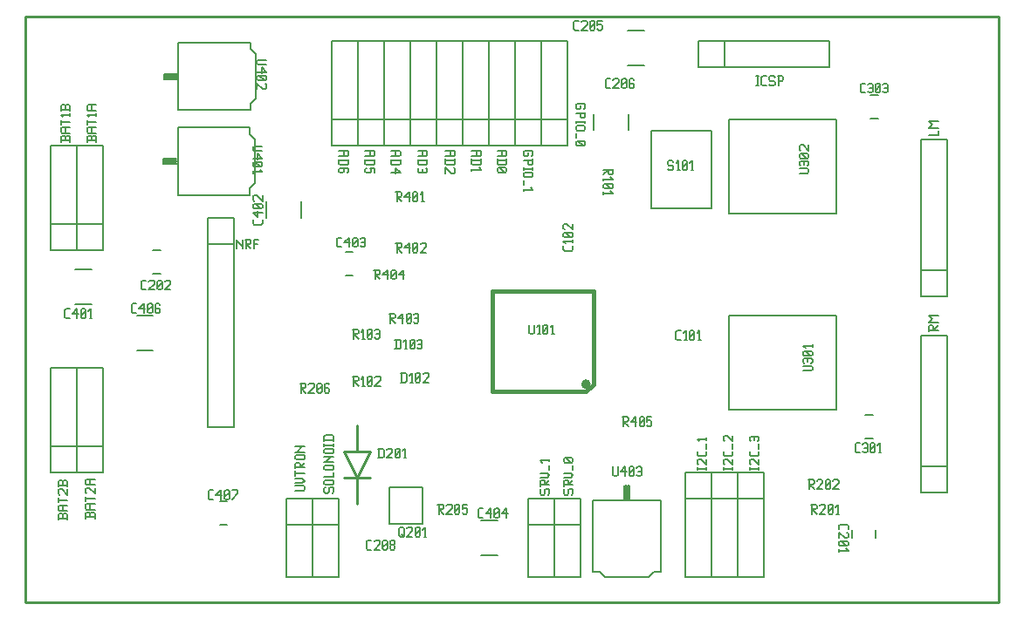
<source format=gbr>
G04 start of page 7 for group -4079 idx -4079 *
G04 Title: (unknown), topsilk *
G04 Creator: pcb 20110918 *
G04 CreationDate: Sun 30 Sep 2012 06:14:18 PM GMT UTC *
G04 For: ggallant *
G04 Format: Gerber/RS-274X *
G04 PCB-Dimensions: 372500 225000 *
G04 PCB-Coordinate-Origin: lower left *
%MOIN*%
%FSLAX25Y25*%
%LNTOPSILK*%
%ADD83C,0.0150*%
%ADD82C,0.0080*%
%ADD81C,0.0100*%
G54D81*X500Y224500D02*X372000D01*
Y500D02*X500D01*
Y224500D01*
X372000D02*Y500D01*
G54D82*X323100Y185500D02*X325900D01*
X323100Y194500D02*X325900D01*
X269000Y149000D02*X310000D01*
X269000Y185000D02*Y149000D01*
Y185000D02*X310000D01*
Y149000D01*
X257500Y215000D02*X267500D01*
Y205000D01*
X257500Y215000D02*Y205000D01*
Y215000D02*X307500D01*
Y205000D01*
X257500D02*X307500D01*
X230400Y205800D02*X236600D01*
X230400Y219200D02*X236600D01*
X167500Y185000D02*Y175000D01*
Y185000D02*X177500D01*
X167500Y175000D02*X177500D01*
X167500Y215000D02*Y175000D01*
Y215000D02*X177500D01*
Y175000D01*
Y185000D02*Y175000D01*
Y185000D02*X187500D01*
X177500Y175000D02*X187500D01*
X177500Y215000D02*Y175000D01*
Y215000D02*X187500D01*
Y175000D01*
X217300Y187100D02*Y180900D01*
X230700Y187100D02*Y180900D01*
X187500Y185000D02*Y175000D01*
Y185000D02*X197500D01*
X187500Y175000D02*X197500D01*
X187500Y215000D02*Y175000D01*
Y215000D02*X197500D01*
Y175000D01*
Y185000D02*Y175000D01*
Y185000D02*X207500D01*
X197500Y175000D02*X207500D01*
X197500Y215000D02*Y175000D01*
Y215000D02*X207500D01*
Y175000D01*
X120000Y40000D02*Y30000D01*
X110000D02*X120000D01*
X110000Y40000D02*X120000D01*
Y10000D01*
X110000D02*X120000D01*
X110000Y40000D02*Y10000D01*
G54D81*X122000Y48000D02*X132000D01*
Y58000D02*X127000Y48000D01*
X122000Y58000D02*X132000D01*
X127000Y48000D02*X122000Y58000D01*
X127000Y68000D02*Y58000D01*
Y48000D02*Y38000D01*
G54D82*X174400Y31700D02*X180600D01*
X174400Y18300D02*X180600D01*
X139200Y30500D02*X152000D01*
X139200Y44400D02*Y30500D01*
Y44400D02*X152000D01*
Y30500D01*
X212500Y40000D02*Y30000D01*
X202500D02*X212500D01*
X202500Y40000D02*X212500D01*
Y10000D01*
X202500D02*X212500D01*
X202500Y40000D02*Y10000D01*
X217100Y39500D02*X242900D01*
X217100D02*Y12100D01*
X219600D01*
X221600Y10100D01*
X238400D01*
X240400Y12100D01*
X242900D01*
Y39500D02*Y12100D01*
X231000Y45000D02*Y40000D01*
X230500Y45000D02*X231000D01*
X230500D02*Y40000D01*
X230000D02*X230500D01*
X230000Y45000D02*Y40000D01*
X229500Y45000D02*X230000D01*
X229500D02*Y40000D01*
X229000D02*X229500D01*
X229000Y45000D02*Y40000D01*
X202500D02*Y30000D01*
X192500D02*X202500D01*
X192500Y40000D02*X202500D01*
Y10000D01*
X192500D02*X202500D01*
X192500Y40000D02*Y10000D01*
X110000Y40000D02*Y30000D01*
X100000D02*X110000D01*
X100000Y40000D02*X110000D01*
Y10000D01*
X100000D02*X110000D01*
X100000Y40000D02*Y10000D01*
X117500Y185000D02*Y175000D01*
Y185000D02*X127500D01*
X117500Y175000D02*X127500D01*
X117500Y215000D02*Y175000D01*
Y215000D02*X127500D01*
Y175000D01*
Y185000D02*Y175000D01*
Y185000D02*X137500D01*
X127500Y175000D02*X137500D01*
X127500Y215000D02*Y175000D01*
Y215000D02*X137500D01*
Y175000D01*
X147500Y185000D02*Y175000D01*
Y185000D02*X157500D01*
X147500Y175000D02*X157500D01*
X147500Y215000D02*Y175000D01*
Y215000D02*X157500D01*
Y175000D01*
Y185000D02*Y175000D01*
Y185000D02*X167500D01*
X157500Y175000D02*X167500D01*
X157500Y215000D02*Y175000D01*
Y215000D02*X167500D01*
Y175000D01*
X137500Y185000D02*Y175000D01*
Y185000D02*X147500D01*
X137500Y175000D02*X147500D01*
X137500Y215000D02*Y175000D01*
Y215000D02*X147500D01*
Y175000D01*
X122600Y125500D02*X125400D01*
X122600Y134500D02*X125400D01*
X92300Y153600D02*Y147400D01*
X105700Y153600D02*Y147400D01*
X321100Y63000D02*X323900D01*
X321100Y72000D02*X323900D01*
X325000Y27900D02*Y25100D01*
X316000Y27900D02*Y25100D01*
X342500Y52500D02*Y42500D01*
Y52500D02*X352500D01*
X342500Y42500D02*X352500D01*
X342500Y102500D02*Y42500D01*
Y102500D02*X352500D01*
Y42500D01*
X272500Y50000D02*Y40000D01*
X262500D02*X272500D01*
X262500Y50000D02*X272500D01*
Y10000D01*
X262500D02*X272500D01*
X262500Y50000D02*Y10000D01*
X282500Y50000D02*Y40000D01*
X272500D02*X282500D01*
X272500Y50000D02*X282500D01*
Y10000D01*
X272500D02*X282500D01*
X272500Y50000D02*Y10000D01*
X262500Y50000D02*Y40000D01*
X252500D02*X262500D01*
X252500Y50000D02*X262500D01*
Y10000D01*
X252500D02*X262500D01*
X252500Y50000D02*Y10000D01*
X58800Y214400D02*Y188600D01*
X86200D01*
Y191100D02*Y188600D01*
Y191100D02*X88200Y193100D01*
Y209900D02*Y193100D01*
Y209900D02*X86200Y211900D01*
Y214400D02*Y211900D01*
X58800Y214400D02*X86200D01*
X53300Y202500D02*X58300D01*
X53300D02*Y200500D01*
Y202000D02*X58300D01*
X53300Y201500D02*X58300D01*
X53300Y201000D02*X58300D01*
X53300Y200500D02*X58300D01*
X80000Y147500D02*Y137500D01*
X70000D02*X80000D01*
X70000Y147500D02*X80000D01*
Y67500D01*
X70000D02*X80000D01*
X70000Y147500D02*Y67500D01*
X42900Y110200D02*X49100D01*
X42900Y96800D02*X49100D01*
Y135000D02*X51900D01*
X49100Y126000D02*X51900D01*
X20000Y145000D02*Y135000D01*
Y145000D02*X30000D01*
X20000Y135000D02*X30000D01*
X20000Y175000D02*Y135000D01*
Y175000D02*X30000D01*
Y135000D01*
X58600Y181900D02*Y156100D01*
X86000D01*
Y158600D02*Y156100D01*
Y158600D02*X88000Y160600D01*
Y177400D02*Y160600D01*
Y177400D02*X86000Y179400D01*
Y181900D02*Y179400D01*
X58600Y181900D02*X86000D01*
X53100Y170000D02*X58100D01*
X53100D02*Y168000D01*
Y169500D02*X58100D01*
X53100Y169000D02*X58100D01*
X53100Y168500D02*X58100D01*
X53100Y168000D02*X58100D01*
X20000Y60000D02*Y50000D01*
Y60000D02*X30000D01*
X20000Y50000D02*X30000D01*
X20000Y90000D02*Y50000D01*
Y90000D02*X30000D01*
Y50000D01*
X10000Y60000D02*Y50000D01*
Y60000D02*X20000D01*
X10000Y50000D02*X20000D01*
X10000Y90000D02*Y50000D01*
Y90000D02*X20000D01*
Y50000D01*
X74600Y30000D02*X77400D01*
X74600Y39000D02*X77400D01*
X10000Y145000D02*Y135000D01*
Y145000D02*X20000D01*
X10000Y135000D02*X20000D01*
X10000Y175000D02*Y135000D01*
Y175000D02*X20000D01*
Y135000D01*
X19400Y114300D02*X25600D01*
X19400Y127700D02*X25600D01*
X239400Y151100D02*X262400D01*
Y180600D02*Y151100D01*
X239400Y180600D02*Y151100D01*
Y180600D02*X262400D01*
G54D83*X217300Y83800D02*X214400Y80900D01*
X217300Y119500D02*Y83800D01*
X178700Y119500D02*X217300D01*
X178700D02*Y80900D01*
X214400D01*
X215400Y83800D02*G75*G03X215400Y83800I-1000J0D01*G01*
G54D82*X342500Y127500D02*Y117500D01*
Y127500D02*X352500D01*
X342500Y117500D02*X352500D01*
X342500Y177500D02*Y117500D01*
Y177500D02*X352500D01*
Y117500D01*
X269000Y74000D02*X310000D01*
X269000Y110000D02*Y74000D01*
Y110000D02*X310000D01*
Y74000D01*
X317745Y57650D02*X319080D01*
X317300Y58095D02*X317745Y57650D01*
X317300Y60765D02*Y58095D01*
Y60765D02*X317745Y61210D01*
X319080D01*
X320148Y60765D02*X320593Y61210D01*
X321483D01*
X321928Y60765D01*
Y58095D01*
X321483Y57650D02*X321928Y58095D01*
X320593Y57650D02*X321483D01*
X320148Y58095D02*X320593Y57650D01*
Y59430D02*X321928D01*
X322996Y58095D02*X323441Y57650D01*
X322996Y60765D02*Y58095D01*
Y60765D02*X323441Y61210D01*
X324331D01*
X324776Y60765D01*
Y58095D01*
X324331Y57650D02*X324776Y58095D01*
X323441Y57650D02*X324331D01*
X322996Y58540D02*X324776Y60320D01*
X326289Y57650D02*X327179D01*
X326734Y61210D02*Y57650D01*
X325844Y60320D02*X326734Y61210D01*
X345390Y105780D02*Y104000D01*
Y105780D02*X345835Y106225D01*
X346725D01*
X347170Y105780D02*X346725Y106225D01*
X347170Y105780D02*Y104445D01*
X345390D02*X348950D01*
X347170D02*X348950Y106225D01*
X345390Y107293D02*X348950D01*
X345390D02*X346725Y108628D01*
X345390Y109963D01*
X348950D01*
X297390Y89000D02*X300505D01*
X300950Y89445D01*
Y90335D02*Y89445D01*
Y90335D02*X300505Y90780D01*
X297390D02*X300505D01*
X297835Y91848D02*X297390Y92293D01*
Y93183D02*Y92293D01*
Y93183D02*X297835Y93628D01*
X300505D01*
X300950Y93183D02*X300505Y93628D01*
X300950Y93183D02*Y92293D01*
X300505Y91848D02*X300950Y92293D01*
X299170Y93628D02*Y92293D01*
X300505Y94696D02*X300950Y95141D01*
X297835Y94696D02*X300505D01*
X297835D02*X297390Y95141D01*
Y96031D02*Y95141D01*
Y96031D02*X297835Y96476D01*
X300505D01*
X300950Y96031D02*X300505Y96476D01*
X300950Y96031D02*Y95141D01*
X300060Y94696D02*X298280Y96476D01*
X300950Y98879D02*Y97989D01*
X297390Y98434D02*X300950D01*
X298280Y97544D02*X297390Y98434D01*
X319745Y195250D02*X321080D01*
X319300Y195695D02*X319745Y195250D01*
X319300Y198365D02*Y195695D01*
Y198365D02*X319745Y198810D01*
X321080D01*
X322148Y198365D02*X322593Y198810D01*
X323483D01*
X323928Y198365D01*
Y195695D01*
X323483Y195250D02*X323928Y195695D01*
X322593Y195250D02*X323483D01*
X322148Y195695D02*X322593Y195250D01*
Y197030D02*X323928D01*
X324996Y195695D02*X325441Y195250D01*
X324996Y198365D02*Y195695D01*
Y198365D02*X325441Y198810D01*
X326331D01*
X326776Y198365D01*
Y195695D01*
X326331Y195250D02*X326776Y195695D01*
X325441Y195250D02*X326331D01*
X324996Y196140D02*X326776Y197920D01*
X327844Y198365D02*X328289Y198810D01*
X329179D01*
X329624Y198365D01*
Y195695D01*
X329179Y195250D02*X329624Y195695D01*
X328289Y195250D02*X329179D01*
X327844Y195695D02*X328289Y195250D01*
Y197030D02*X329624D01*
X345390Y179000D02*X348950D01*
Y180780D02*Y179000D01*
X345390Y181848D02*X348950D01*
X345390D02*X346725Y183183D01*
X345390Y184518D01*
X348950D01*
X295890Y164500D02*X299005D01*
X299450Y164945D01*
Y165835D02*Y164945D01*
Y165835D02*X299005Y166280D01*
X295890D02*X299005D01*
X296335Y167348D02*X295890Y167793D01*
Y168683D02*Y167793D01*
Y168683D02*X296335Y169128D01*
X299005D01*
X299450Y168683D02*X299005Y169128D01*
X299450Y168683D02*Y167793D01*
X299005Y167348D02*X299450Y167793D01*
X297670Y169128D02*Y167793D01*
X299005Y170196D02*X299450Y170641D01*
X296335Y170196D02*X299005D01*
X296335D02*X295890Y170641D01*
Y171531D02*Y170641D01*
Y171531D02*X296335Y171976D01*
X299005D01*
X299450Y171531D02*X299005Y171976D01*
X299450Y171531D02*Y170641D01*
X298560Y170196D02*X296780Y171976D01*
X296335Y173044D02*X295890Y173489D01*
Y174824D02*Y173489D01*
Y174824D02*X296335Y175269D01*
X297225D01*
X299450Y173044D02*X297225Y175269D01*
X299450D02*Y173044D01*
X279500Y201610D02*X280390D01*
X279945D02*Y198050D01*
X279500D02*X280390D01*
X281903D02*X283238D01*
X281458Y198495D02*X281903Y198050D01*
X281458Y201165D02*Y198495D01*
Y201165D02*X281903Y201610D01*
X283238D01*
X286086D02*X286531Y201165D01*
X284751Y201610D02*X286086D01*
X284306Y201165D02*X284751Y201610D01*
X284306Y201165D02*Y200275D01*
X284751Y199830D01*
X286086D01*
X286531Y199385D01*
Y198495D01*
X286086Y198050D02*X286531Y198495D01*
X284751Y198050D02*X286086D01*
X284306Y198495D02*X284751Y198050D01*
X288044Y201610D02*Y198050D01*
X287599Y201610D02*X289379D01*
X289824Y201165D01*
Y200275D01*
X289379Y199830D02*X289824Y200275D01*
X288044Y199830D02*X289379D01*
X114490Y43880D02*X114935Y44325D01*
X114490Y43880D02*Y42545D01*
X114935Y42100D02*X114490Y42545D01*
X114935Y42100D02*X115825D01*
X116270Y42545D01*
Y43880D02*Y42545D01*
Y43880D02*X116715Y44325D01*
X117605D01*
X118050Y43880D02*X117605Y44325D01*
X118050Y43880D02*Y42545D01*
X117605Y42100D02*X118050Y42545D01*
X114935Y45393D02*X117605D01*
X114935D02*X114490Y45838D01*
Y46728D02*Y45838D01*
Y46728D02*X114935Y47173D01*
X117605D01*
X118050Y46728D02*X117605Y47173D01*
X118050Y46728D02*Y45838D01*
X117605Y45393D02*X118050Y45838D01*
X114490Y48241D02*X118050D01*
Y50021D02*Y48241D01*
X114935Y51089D02*X117605D01*
X114935D02*X114490Y51534D01*
Y52424D02*Y51534D01*
Y52424D02*X114935Y52869D01*
X117605D01*
X118050Y52424D02*X117605Y52869D01*
X118050Y52424D02*Y51534D01*
X117605Y51089D02*X118050Y51534D01*
X114490Y53937D02*X118050D01*
X114490D02*X114935D01*
X117160Y56162D01*
X114490D02*X118050D01*
X114935Y57230D02*X117605D01*
X114935D02*X114490Y57675D01*
Y58565D02*Y57675D01*
Y58565D02*X114935Y59010D01*
X117605D01*
X118050Y58565D02*X117605Y59010D01*
X118050Y58565D02*Y57675D01*
X117605Y57230D02*X118050Y57675D01*
X114490Y60968D02*Y60078D01*
Y60523D02*X118050D01*
Y60968D02*Y60078D01*
X114490Y62481D02*X118050D01*
X114490Y63816D02*X114935Y64261D01*
X117605D01*
X118050Y63816D02*X117605Y64261D01*
X118050Y63816D02*Y62036D01*
X114490Y63816D02*Y62036D01*
X135445Y59110D02*Y55550D01*
X136780Y59110D02*X137225Y58665D01*
Y55995D01*
X136780Y55550D02*X137225Y55995D01*
X135000Y55550D02*X136780D01*
X135000Y59110D02*X136780D01*
X138293Y58665D02*X138738Y59110D01*
X140073D01*
X140518Y58665D01*
Y57775D01*
X138293Y55550D02*X140518Y57775D01*
X138293Y55550D02*X140518D01*
X141586Y55995D02*X142031Y55550D01*
X141586Y58665D02*Y55995D01*
Y58665D02*X142031Y59110D01*
X142921D01*
X143366Y58665D01*
Y55995D01*
X142921Y55550D02*X143366Y55995D01*
X142031Y55550D02*X142921D01*
X141586Y56440D02*X143366Y58220D01*
X144879Y55550D02*X145769D01*
X145324Y59110D02*Y55550D01*
X144434Y58220D02*X145324Y59110D01*
X103490Y43100D02*X106605D01*
X107050Y43545D01*
Y44435D02*Y43545D01*
Y44435D02*X106605Y44880D01*
X103490D02*X106605D01*
X103490Y45948D02*X106160D01*
X107050Y46838D01*
X106160Y47728D01*
X103490D02*X106160D01*
X103490Y50576D02*Y48796D01*
Y49686D02*X107050D01*
X103490Y53424D02*Y51644D01*
Y53424D02*X103935Y53869D01*
X104825D01*
X105270Y53424D02*X104825Y53869D01*
X105270Y53424D02*Y52089D01*
X103490D02*X107050D01*
X105270D02*X107050Y53869D01*
X103935Y54937D02*X106605D01*
X103935D02*X103490Y55382D01*
Y56272D02*Y55382D01*
Y56272D02*X103935Y56717D01*
X106605D01*
X107050Y56272D02*X106605Y56717D01*
X107050Y56272D02*Y55382D01*
X106605Y54937D02*X107050Y55382D01*
X103490Y57785D02*X107050D01*
X103490D02*X103935D01*
X106160Y60010D01*
X103490D02*X107050D01*
X131145Y20450D02*X132480D01*
X130700Y20895D02*X131145Y20450D01*
X130700Y23565D02*Y20895D01*
Y23565D02*X131145Y24010D01*
X132480D01*
X133548Y23565D02*X133993Y24010D01*
X135328D01*
X135773Y23565D01*
Y22675D01*
X133548Y20450D02*X135773Y22675D01*
X133548Y20450D02*X135773D01*
X136841Y20895D02*X137286Y20450D01*
X136841Y23565D02*Y20895D01*
Y23565D02*X137286Y24010D01*
X138176D01*
X138621Y23565D01*
Y20895D01*
X138176Y20450D02*X138621Y20895D01*
X137286Y20450D02*X138176D01*
X136841Y21340D02*X138621Y23120D01*
X139689Y20895D02*X140134Y20450D01*
X139689Y21785D02*Y20895D01*
Y21785D02*X140134Y22230D01*
X141024D01*
X141469Y21785D01*
Y20895D01*
X141024Y20450D02*X141469Y20895D01*
X140134Y20450D02*X141024D01*
X139689Y22675D02*X140134Y22230D01*
X139689Y23565D02*Y22675D01*
Y23565D02*X140134Y24010D01*
X141024D01*
X141469Y23565D01*
Y22675D01*
X141024Y22230D02*X141469Y22675D01*
X173795Y32700D02*X175130D01*
X173350Y33145D02*X173795Y32700D01*
X173350Y35815D02*Y33145D01*
Y35815D02*X173795Y36260D01*
X175130D01*
X176198Y34480D02*X177978Y36260D01*
X176198Y34480D02*X178423D01*
X177978Y36260D02*Y32700D01*
X179491Y33145D02*X179936Y32700D01*
X179491Y35815D02*Y33145D01*
Y35815D02*X179936Y36260D01*
X180826D01*
X181271Y35815D01*
Y33145D01*
X180826Y32700D02*X181271Y33145D01*
X179936Y32700D02*X180826D01*
X179491Y33590D02*X181271Y35370D01*
X182339Y34480D02*X184119Y36260D01*
X182339Y34480D02*X184564D01*
X184119Y36260D02*Y32700D01*
X143100Y28565D02*Y25895D01*
Y28565D02*X143545Y29010D01*
X144435D01*
X144880Y28565D01*
Y25895D01*
X144435Y25450D02*X144880Y25895D01*
X143545Y25450D02*X144435D01*
X143100Y25895D02*X143545Y25450D01*
X143990Y26340D02*X144880Y25450D01*
X145948Y28565D02*X146393Y29010D01*
X147728D01*
X148173Y28565D01*
Y27675D01*
X145948Y25450D02*X148173Y27675D01*
X145948Y25450D02*X148173D01*
X149241Y25895D02*X149686Y25450D01*
X149241Y28565D02*Y25895D01*
Y28565D02*X149686Y29010D01*
X150576D01*
X151021Y28565D01*
Y25895D01*
X150576Y25450D02*X151021Y25895D01*
X149686Y25450D02*X150576D01*
X149241Y26340D02*X151021Y28120D01*
X152534Y25450D02*X153424D01*
X152979Y29010D02*Y25450D01*
X152089Y28120D02*X152979Y29010D01*
X26950Y34280D02*Y32500D01*
Y34280D02*X26505Y34725D01*
X25615D02*X26505D01*
X25170Y34280D02*X25615Y34725D01*
X25170Y34280D02*Y32945D01*
X23390D02*X26950D01*
X23390Y34280D02*Y32500D01*
Y34280D02*X23835Y34725D01*
X24725D01*
X25170Y34280D02*X24725Y34725D01*
X23835Y35793D02*X26950D01*
X23835D02*X23390Y36238D01*
Y37573D02*Y36238D01*
Y37573D02*X23835Y38018D01*
X26950D01*
X25170D02*Y35793D01*
X23390Y40866D02*Y39086D01*
Y39976D02*X26950D01*
X23835Y41934D02*X23390Y42379D01*
Y43714D02*Y42379D01*
Y43714D02*X23835Y44159D01*
X24725D01*
X26950Y41934D02*X24725Y44159D01*
X26950D02*Y41934D01*
X23835Y45227D02*X26950D01*
X23835D02*X23390Y45672D01*
Y47007D02*Y45672D01*
Y47007D02*X23835Y47452D01*
X26950D01*
X25170D02*Y45227D01*
X16450Y33780D02*Y32000D01*
Y33780D02*X16005Y34225D01*
X15115D02*X16005D01*
X14670Y33780D02*X15115Y34225D01*
X14670Y33780D02*Y32445D01*
X12890D02*X16450D01*
X12890Y33780D02*Y32000D01*
Y33780D02*X13335Y34225D01*
X14225D01*
X14670Y33780D02*X14225Y34225D01*
X13335Y35293D02*X16450D01*
X13335D02*X12890Y35738D01*
Y37073D02*Y35738D01*
Y37073D02*X13335Y37518D01*
X16450D01*
X14670D02*Y35293D01*
X12890Y40366D02*Y38586D01*
Y39476D02*X16450D01*
X13335Y41434D02*X12890Y41879D01*
Y43214D02*Y41879D01*
Y43214D02*X13335Y43659D01*
X14225D01*
X16450Y41434D02*X14225Y43659D01*
X16450D02*Y41434D01*
Y46507D02*Y44727D01*
Y46507D02*X16005Y46952D01*
X15115D02*X16005D01*
X14670Y46507D02*X15115Y46952D01*
X14670Y46507D02*Y45172D01*
X12890D02*X16450D01*
X12890Y46507D02*Y44727D01*
Y46507D02*X13335Y46952D01*
X14225D01*
X14670Y46507D02*X14225Y46952D01*
X70745Y39750D02*X72080D01*
X70300Y40195D02*X70745Y39750D01*
X70300Y42865D02*Y40195D01*
Y42865D02*X70745Y43310D01*
X72080D01*
X73148Y41530D02*X74928Y43310D01*
X73148Y41530D02*X75373D01*
X74928Y43310D02*Y39750D01*
X76441Y40195D02*X76886Y39750D01*
X76441Y42865D02*Y40195D01*
Y42865D02*X76886Y43310D01*
X77776D01*
X78221Y42865D01*
Y40195D01*
X77776Y39750D02*X78221Y40195D01*
X76886Y39750D02*X77776D01*
X76441Y40640D02*X78221Y42420D01*
X79289Y39750D02*X81514Y41975D01*
Y43310D02*Y41975D01*
X79289Y43310D02*X81514D01*
X157800Y37710D02*X159580D01*
X160025Y37265D01*
Y36375D01*
X159580Y35930D02*X160025Y36375D01*
X158245Y35930D02*X159580D01*
X158245Y37710D02*Y34150D01*
Y35930D02*X160025Y34150D01*
X161093Y37265D02*X161538Y37710D01*
X162873D01*
X163318Y37265D01*
Y36375D01*
X161093Y34150D02*X163318Y36375D01*
X161093Y34150D02*X163318D01*
X164386Y34595D02*X164831Y34150D01*
X164386Y37265D02*Y34595D01*
Y37265D02*X164831Y37710D01*
X165721D01*
X166166Y37265D01*
Y34595D01*
X165721Y34150D02*X166166Y34595D01*
X164831Y34150D02*X165721D01*
X164386Y35040D02*X166166Y36820D01*
X167234Y37710D02*X169014D01*
X167234D02*Y35930D01*
X167679Y36375D01*
X168569D01*
X169014Y35930D01*
Y34595D01*
X168569Y34150D02*X169014Y34595D01*
X167679Y34150D02*X168569D01*
X167234Y34595D02*X167679Y34150D01*
X205890Y43280D02*X206335Y43725D01*
X205890Y43280D02*Y41945D01*
X206335Y41500D02*X205890Y41945D01*
X206335Y41500D02*X207225D01*
X207670Y41945D01*
Y43280D02*Y41945D01*
Y43280D02*X208115Y43725D01*
X209005D01*
X209450Y43280D02*X209005Y43725D01*
X209450Y43280D02*Y41945D01*
X209005Y41500D02*X209450Y41945D01*
X205890Y46573D02*Y44793D01*
Y46573D02*X206335Y47018D01*
X207225D01*
X207670Y46573D02*X207225Y47018D01*
X207670Y46573D02*Y45238D01*
X205890D02*X209450D01*
X207670D02*X209450Y47018D01*
X205890Y48086D02*X208560D01*
X209450Y48976D01*
X208560Y49866D01*
X205890D02*X208560D01*
X209450Y52714D02*Y50934D01*
X209005Y53782D02*X209450Y54227D01*
X206335Y53782D02*X209005D01*
X206335D02*X205890Y54227D01*
Y55117D02*Y54227D01*
Y55117D02*X206335Y55562D01*
X209005D01*
X209450Y55117D02*X209005Y55562D01*
X209450Y55117D02*Y54227D01*
X208560Y53782D02*X206780Y55562D01*
X224800Y52310D02*Y49195D01*
X225245Y48750D01*
X226135D01*
X226580Y49195D01*
Y52310D02*Y49195D01*
X227648Y50530D02*X229428Y52310D01*
X227648Y50530D02*X229873D01*
X229428Y52310D02*Y48750D01*
X230941Y49195D02*X231386Y48750D01*
X230941Y51865D02*Y49195D01*
Y51865D02*X231386Y52310D01*
X232276D01*
X232721Y51865D01*
Y49195D01*
X232276Y48750D02*X232721Y49195D01*
X231386Y48750D02*X232276D01*
X230941Y49640D02*X232721Y51420D01*
X233789Y51865D02*X234234Y52310D01*
X235124D01*
X235569Y51865D01*
Y49195D01*
X235124Y48750D02*X235569Y49195D01*
X234234Y48750D02*X235124D01*
X233789Y49195D02*X234234Y48750D01*
Y50530D02*X235569D01*
X196890Y43280D02*X197335Y43725D01*
X196890Y43280D02*Y41945D01*
X197335Y41500D02*X196890Y41945D01*
X197335Y41500D02*X198225D01*
X198670Y41945D01*
Y43280D02*Y41945D01*
Y43280D02*X199115Y43725D01*
X200005D01*
X200450Y43280D02*X200005Y43725D01*
X200450Y43280D02*Y41945D01*
X200005Y41500D02*X200450Y41945D01*
X196890Y46573D02*Y44793D01*
Y46573D02*X197335Y47018D01*
X198225D01*
X198670Y46573D02*X198225Y47018D01*
X198670Y46573D02*Y45238D01*
X196890D02*X200450D01*
X198670D02*X200450Y47018D01*
X196890Y48086D02*X199560D01*
X200450Y48976D01*
X199560Y49866D01*
X196890D02*X199560D01*
X200450Y52714D02*Y50934D01*
Y55117D02*Y54227D01*
X196890Y54672D02*X200450D01*
X197780Y53782D02*X196890Y54672D01*
X247380Y169310D02*X247825Y168865D01*
X246045Y169310D02*X247380D01*
X245600Y168865D02*X246045Y169310D01*
X245600Y168865D02*Y167975D01*
X246045Y167530D01*
X247380D01*
X247825Y167085D01*
Y166195D01*
X247380Y165750D02*X247825Y166195D01*
X246045Y165750D02*X247380D01*
X245600Y166195D02*X246045Y165750D01*
X249338D02*X250228D01*
X249783Y169310D02*Y165750D01*
X248893Y168420D02*X249783Y169310D01*
X251296Y166195D02*X251741Y165750D01*
X251296Y168865D02*Y166195D01*
Y168865D02*X251741Y169310D01*
X252631D01*
X253076Y168865D01*
Y166195D01*
X252631Y165750D02*X253076Y166195D01*
X251741Y165750D02*X252631D01*
X251296Y166640D02*X253076Y168420D01*
X254589Y165750D02*X255479D01*
X255034Y169310D02*Y165750D01*
X254144Y168420D02*X255034Y169310D01*
X249245Y100650D02*X250580D01*
X248800Y101095D02*X249245Y100650D01*
X248800Y103765D02*Y101095D01*
Y103765D02*X249245Y104210D01*
X250580D01*
X252093Y100650D02*X252983D01*
X252538Y104210D02*Y100650D01*
X251648Y103320D02*X252538Y104210D01*
X254051Y101095D02*X254496Y100650D01*
X254051Y103765D02*Y101095D01*
Y103765D02*X254496Y104210D01*
X255386D01*
X255831Y103765D01*
Y101095D01*
X255386Y100650D02*X255831Y101095D01*
X254496Y100650D02*X255386D01*
X254051Y101540D02*X255831Y103320D01*
X257344Y100650D02*X258234D01*
X257789Y104210D02*Y100650D01*
X256899Y103320D02*X257789Y104210D01*
X222445Y197050D02*X223780D01*
X222000Y197495D02*X222445Y197050D01*
X222000Y200165D02*Y197495D01*
Y200165D02*X222445Y200610D01*
X223780D01*
X224848Y200165D02*X225293Y200610D01*
X226628D01*
X227073Y200165D01*
Y199275D01*
X224848Y197050D02*X227073Y199275D01*
X224848Y197050D02*X227073D01*
X228141Y197495D02*X228586Y197050D01*
X228141Y200165D02*Y197495D01*
Y200165D02*X228586Y200610D01*
X229476D01*
X229921Y200165D01*
Y197495D01*
X229476Y197050D02*X229921Y197495D01*
X228586Y197050D02*X229476D01*
X228141Y197940D02*X229921Y199720D01*
X232324Y200610D02*X232769Y200165D01*
X231434Y200610D02*X232324D01*
X230989Y200165D02*X231434Y200610D01*
X230989Y200165D02*Y197495D01*
X231434Y197050D01*
X232324Y198830D02*X232769Y198385D01*
X230989Y198830D02*X232324D01*
X231434Y197050D02*X232324D01*
X232769Y197495D01*
Y198385D02*Y197495D01*
X214110Y189320D02*X213665Y188875D01*
X214110Y190655D02*Y189320D01*
X213665Y191100D02*X214110Y190655D01*
X210995Y191100D02*X213665D01*
X210995D02*X210550Y190655D01*
Y189320D01*
X210995Y188875D01*
X211885D01*
X212330Y189320D02*X211885Y188875D01*
X212330Y190210D02*Y189320D01*
X210550Y187362D02*X214110D01*
Y187807D02*Y186027D01*
X213665Y185582D01*
X212775D02*X213665D01*
X212330Y186027D02*X212775Y185582D01*
X212330Y187362D02*Y186027D01*
X214110Y184514D02*Y183624D01*
X210550Y184069D02*X214110D01*
X210550Y184514D02*Y183624D01*
X210995Y182556D02*X213665D01*
X214110Y182111D01*
Y181221D01*
X213665Y180776D01*
X210995D02*X213665D01*
X210550Y181221D02*X210995Y180776D01*
X210550Y182111D02*Y181221D01*
X210995Y182556D02*X210550Y182111D01*
Y179708D02*Y177928D01*
X210995Y176860D02*X210550Y176415D01*
X210995Y176860D02*X213665D01*
X214110Y176415D01*
Y175525D01*
X213665Y175080D01*
X210995D02*X213665D01*
X210550Y175525D02*X210995Y175080D01*
X210550Y176415D02*Y175525D01*
X211440Y176860D02*X213220Y175080D01*
X224710Y166200D02*Y164420D01*
X224265Y163975D01*
X223375D02*X224265D01*
X222930Y164420D02*X223375Y163975D01*
X222930Y165755D02*Y164420D01*
X221150Y165755D02*X224710D01*
X222930D02*X221150Y163975D01*
Y162462D02*Y161572D01*
Y162017D02*X224710D01*
X223820Y162907D02*X224710Y162017D01*
X221595Y160504D02*X221150Y160059D01*
X221595Y160504D02*X224265D01*
X224710Y160059D01*
Y159169D01*
X224265Y158724D01*
X221595D02*X224265D01*
X221150Y159169D02*X221595Y158724D01*
X221150Y160059D02*Y159169D01*
X222040Y160504D02*X223820Y158724D01*
X221150Y157211D02*Y156321D01*
Y156766D02*X224710D01*
X223820Y157656D02*X224710Y156766D01*
X210295Y219200D02*X211630D01*
X209850Y219645D02*X210295Y219200D01*
X209850Y222315D02*Y219645D01*
Y222315D02*X210295Y222760D01*
X211630D01*
X212698Y222315D02*X213143Y222760D01*
X214478D01*
X214923Y222315D01*
Y221425D01*
X212698Y219200D02*X214923Y221425D01*
X212698Y219200D02*X214923D01*
X215991Y219645D02*X216436Y219200D01*
X215991Y222315D02*Y219645D01*
Y222315D02*X216436Y222760D01*
X217326D01*
X217771Y222315D01*
Y219645D01*
X217326Y219200D02*X217771Y219645D01*
X216436Y219200D02*X217326D01*
X215991Y220090D02*X217771Y221870D01*
X218839Y222760D02*X220619D01*
X218839D02*Y220980D01*
X219284Y221425D01*
X220174D01*
X220619Y220980D01*
Y219645D01*
X220174Y219200D02*X220619Y219645D01*
X219284Y219200D02*X220174D01*
X218839Y219645D02*X219284Y219200D01*
X89295Y207800D02*X92410D01*
X89295D02*X88850Y207355D01*
Y206465D01*
X89295Y206020D01*
X92410D01*
X90630Y204952D02*X92410Y203172D01*
X90630Y204952D02*Y202727D01*
X88850Y203172D02*X92410D01*
X89295Y201659D02*X88850Y201214D01*
X89295Y201659D02*X91965D01*
X92410Y201214D01*
Y200324D01*
X91965Y199879D01*
X89295D02*X91965D01*
X88850Y200324D02*X89295Y199879D01*
X88850Y201214D02*Y200324D01*
X89740Y201659D02*X91520Y199879D01*
X91965Y198811D02*X92410Y198366D01*
Y197031D01*
X91965Y196586D01*
X91075D02*X91965D01*
X88850Y198811D02*X91075Y196586D01*
X88850Y198811D02*Y196586D01*
X81000Y139110D02*Y135550D01*
Y139110D02*Y138665D01*
X83225Y136440D01*
Y139110D02*Y135550D01*
X84293Y139110D02*X86073D01*
X86518Y138665D01*
Y137775D01*
X86073Y137330D02*X86518Y137775D01*
X84738Y137330D02*X86073D01*
X84738Y139110D02*Y135550D01*
Y137330D02*X86518Y135550D01*
X87586Y139110D02*Y135550D01*
Y139110D02*X89366D01*
X87586Y137330D02*X88921D01*
X87695Y174800D02*X90810D01*
X87695D02*X87250Y174355D01*
Y173465D01*
X87695Y173020D01*
X90810D01*
X89030Y171952D02*X90810Y170172D01*
X89030Y171952D02*Y169727D01*
X87250Y170172D02*X90810D01*
X87695Y168659D02*X87250Y168214D01*
X87695Y168659D02*X90365D01*
X90810Y168214D01*
Y167324D01*
X90365Y166879D01*
X87695D02*X90365D01*
X87250Y167324D02*X87695Y166879D01*
X87250Y168214D02*Y167324D01*
X88140Y168659D02*X89920Y166879D01*
X87250Y165366D02*Y164476D01*
Y164921D02*X90810D01*
X89920Y165811D02*X90810Y164921D01*
X90950Y146580D02*Y145245D01*
X90505Y144800D02*X90950Y145245D01*
X87835Y144800D02*X90505D01*
X87835D02*X87390Y145245D01*
Y146580D02*Y145245D01*
X89170Y147648D02*X87390Y149428D01*
X89170Y149873D02*Y147648D01*
X87390Y149428D02*X90950D01*
X90505Y150941D02*X90950Y151386D01*
X87835Y150941D02*X90505D01*
X87835D02*X87390Y151386D01*
Y152276D02*Y151386D01*
Y152276D02*X87835Y152721D01*
X90505D01*
X90950Y152276D02*X90505Y152721D01*
X90950Y152276D02*Y151386D01*
X90060Y150941D02*X88280Y152721D01*
X87835Y153789D02*X87390Y154234D01*
Y155569D02*Y154234D01*
Y155569D02*X87835Y156014D01*
X88725D01*
X90950Y153789D02*X88725Y156014D01*
X90950D02*Y153789D01*
X27450Y178280D02*Y176500D01*
Y178280D02*X27005Y178725D01*
X26115D02*X27005D01*
X25670Y178280D02*X26115Y178725D01*
X25670Y178280D02*Y176945D01*
X23890D02*X27450D01*
X23890Y178280D02*Y176500D01*
Y178280D02*X24335Y178725D01*
X25225D01*
X25670Y178280D02*X25225Y178725D01*
X24335Y179793D02*X27450D01*
X24335D02*X23890Y180238D01*
Y181573D02*Y180238D01*
Y181573D02*X24335Y182018D01*
X27450D01*
X25670D02*Y179793D01*
X23890Y184866D02*Y183086D01*
Y183976D02*X27450D01*
Y187269D02*Y186379D01*
X23890Y186824D02*X27450D01*
X24780Y185934D02*X23890Y186824D01*
X24335Y188337D02*X27450D01*
X24335D02*X23890Y188782D01*
Y190117D02*Y188782D01*
Y190117D02*X24335Y190562D01*
X27450D01*
X25670D02*Y188337D01*
X17450Y178280D02*Y176500D01*
Y178280D02*X17005Y178725D01*
X16115D02*X17005D01*
X15670Y178280D02*X16115Y178725D01*
X15670Y178280D02*Y176945D01*
X13890D02*X17450D01*
X13890Y178280D02*Y176500D01*
Y178280D02*X14335Y178725D01*
X15225D01*
X15670Y178280D02*X15225Y178725D01*
X14335Y179793D02*X17450D01*
X14335D02*X13890Y180238D01*
Y181573D02*Y180238D01*
Y181573D02*X14335Y182018D01*
X17450D01*
X15670D02*Y179793D01*
X13890Y184866D02*Y183086D01*
Y183976D02*X17450D01*
Y187269D02*Y186379D01*
X13890Y186824D02*X17450D01*
X14780Y185934D02*X13890Y186824D01*
X17450Y190117D02*Y188337D01*
Y190117D02*X17005Y190562D01*
X16115D02*X17005D01*
X15670Y190117D02*X16115Y190562D01*
X15670Y190117D02*Y188782D01*
X13890D02*X17450D01*
X13890Y190117D02*Y188337D01*
Y190117D02*X14335Y190562D01*
X15225D01*
X15670Y190117D02*X15225Y190562D01*
X120150Y173100D02*X123265D01*
X123710Y172655D01*
Y171320D01*
X123265Y170875D01*
X120150D02*X123265D01*
X121930Y173100D02*Y170875D01*
X120150Y169362D02*X123710D01*
Y168027D02*X123265Y167582D01*
X120595D02*X123265D01*
X120150Y168027D02*X120595Y167582D01*
X120150Y169807D02*Y168027D01*
X123710Y169807D02*Y168027D01*
Y165179D02*X123265Y164734D01*
X123710Y166069D02*Y165179D01*
X123265Y166514D02*X123710Y166069D01*
X120595Y166514D02*X123265D01*
X120595D02*X120150Y166069D01*
X121930Y165179D02*X121485Y164734D01*
X121930Y166514D02*Y165179D01*
X120150Y166069D02*Y165179D01*
X120595Y164734D01*
X121485D01*
X130150Y173100D02*X133265D01*
X133710Y172655D01*
Y171320D01*
X133265Y170875D01*
X130150D02*X133265D01*
X131930Y173100D02*Y170875D01*
X130150Y169362D02*X133710D01*
Y168027D02*X133265Y167582D01*
X130595D02*X133265D01*
X130150Y168027D02*X130595Y167582D01*
X130150Y169807D02*Y168027D01*
X133710Y169807D02*Y168027D01*
Y166514D02*Y164734D01*
X131930Y166514D02*X133710D01*
X131930D02*X132375Y166069D01*
Y165179D01*
X131930Y164734D01*
X130595D02*X131930D01*
X130150Y165179D02*X130595Y164734D01*
X130150Y166069D02*Y165179D01*
X130595Y166514D02*X130150Y166069D01*
X150250Y173100D02*X153365D01*
X153810Y172655D01*
Y171320D01*
X153365Y170875D01*
X150250D02*X153365D01*
X152030Y173100D02*Y170875D01*
X150250Y169362D02*X153810D01*
Y168027D02*X153365Y167582D01*
X150695D02*X153365D01*
X150250Y168027D02*X150695Y167582D01*
X150250Y169807D02*Y168027D01*
X153810Y169807D02*Y168027D01*
X153365Y166514D02*X153810Y166069D01*
Y165179D01*
X153365Y164734D01*
X150695D02*X153365D01*
X150250Y165179D02*X150695Y164734D01*
X150250Y166069D02*Y165179D01*
X150695Y166514D02*X150250Y166069D01*
X152030D02*Y164734D01*
X140050Y173100D02*X143165D01*
X143610Y172655D01*
Y171320D01*
X143165Y170875D01*
X140050D02*X143165D01*
X141830Y173100D02*Y170875D01*
X140050Y169362D02*X143610D01*
Y168027D02*X143165Y167582D01*
X140495D02*X143165D01*
X140050Y168027D02*X140495Y167582D01*
X140050Y169807D02*Y168027D01*
X143610Y169807D02*Y168027D01*
X141830Y166514D02*X143610Y164734D01*
X141830Y166514D02*Y164289D01*
X140050Y164734D02*X143610D01*
X41445Y111050D02*X42780D01*
X41000Y111495D02*X41445Y111050D01*
X41000Y114165D02*Y111495D01*
Y114165D02*X41445Y114610D01*
X42780D01*
X43848Y112830D02*X45628Y114610D01*
X43848Y112830D02*X46073D01*
X45628Y114610D02*Y111050D01*
X47141Y111495D02*X47586Y111050D01*
X47141Y114165D02*Y111495D01*
Y114165D02*X47586Y114610D01*
X48476D01*
X48921Y114165D01*
Y111495D01*
X48476Y111050D02*X48921Y111495D01*
X47586Y111050D02*X48476D01*
X47141Y111940D02*X48921Y113720D01*
X51324Y114610D02*X51769Y114165D01*
X50434Y114610D02*X51324D01*
X49989Y114165D02*X50434Y114610D01*
X49989Y114165D02*Y111495D01*
X50434Y111050D01*
X51324Y112830D02*X51769Y112385D01*
X49989Y112830D02*X51324D01*
X50434Y111050D02*X51324D01*
X51769Y111495D01*
Y112385D02*Y111495D01*
X15945Y109050D02*X17280D01*
X15500Y109495D02*X15945Y109050D01*
X15500Y112165D02*Y109495D01*
Y112165D02*X15945Y112610D01*
X17280D01*
X18348Y110830D02*X20128Y112610D01*
X18348Y110830D02*X20573D01*
X20128Y112610D02*Y109050D01*
X21641Y109495D02*X22086Y109050D01*
X21641Y112165D02*Y109495D01*
Y112165D02*X22086Y112610D01*
X22976D01*
X23421Y112165D01*
Y109495D01*
X22976Y109050D02*X23421Y109495D01*
X22086Y109050D02*X22976D01*
X21641Y109940D02*X23421Y111720D01*
X24934Y109050D02*X25824D01*
X25379Y112610D02*Y109050D01*
X24489Y111720D02*X25379Y112610D01*
X119745Y136250D02*X121080D01*
X119300Y136695D02*X119745Y136250D01*
X119300Y139365D02*Y136695D01*
Y139365D02*X119745Y139810D01*
X121080D01*
X122148Y138030D02*X123928Y139810D01*
X122148Y138030D02*X124373D01*
X123928Y139810D02*Y136250D01*
X125441Y136695D02*X125886Y136250D01*
X125441Y139365D02*Y136695D01*
Y139365D02*X125886Y139810D01*
X126776D01*
X127221Y139365D01*
Y136695D01*
X126776Y136250D02*X127221Y136695D01*
X125886Y136250D02*X126776D01*
X125441Y137140D02*X127221Y138920D01*
X128289Y139365D02*X128734Y139810D01*
X129624D01*
X130069Y139365D01*
Y136695D01*
X129624Y136250D02*X130069Y136695D01*
X128734Y136250D02*X129624D01*
X128289Y136695D02*X128734Y136250D01*
Y138030D02*X130069D01*
X45045Y119950D02*X46380D01*
X44600Y120395D02*X45045Y119950D01*
X44600Y123065D02*Y120395D01*
Y123065D02*X45045Y123510D01*
X46380D01*
X47448Y123065D02*X47893Y123510D01*
X49228D01*
X49673Y123065D01*
Y122175D01*
X47448Y119950D02*X49673Y122175D01*
X47448Y119950D02*X49673D01*
X50741Y120395D02*X51186Y119950D01*
X50741Y123065D02*Y120395D01*
Y123065D02*X51186Y123510D01*
X52076D01*
X52521Y123065D01*
Y120395D01*
X52076Y119950D02*X52521Y120395D01*
X51186Y119950D02*X52076D01*
X50741Y120840D02*X52521Y122620D01*
X53589Y123065D02*X54034Y123510D01*
X55369D01*
X55814Y123065D01*
Y122175D01*
X53589Y119950D02*X55814Y122175D01*
X53589Y119950D02*X55814D01*
X228300Y71210D02*X230080D01*
X230525Y70765D01*
Y69875D01*
X230080Y69430D02*X230525Y69875D01*
X228745Y69430D02*X230080D01*
X228745Y71210D02*Y67650D01*
Y69430D02*X230525Y67650D01*
X231593Y69430D02*X233373Y71210D01*
X231593Y69430D02*X233818D01*
X233373Y71210D02*Y67650D01*
X234886Y68095D02*X235331Y67650D01*
X234886Y70765D02*Y68095D01*
Y70765D02*X235331Y71210D01*
X236221D01*
X236666Y70765D01*
Y68095D01*
X236221Y67650D02*X236666Y68095D01*
X235331Y67650D02*X236221D01*
X234886Y68540D02*X236666Y70320D01*
X237734Y71210D02*X239514D01*
X237734D02*Y69430D01*
X238179Y69875D01*
X239069D01*
X239514Y69430D01*
Y68095D01*
X239069Y67650D02*X239514Y68095D01*
X238179Y67650D02*X239069D01*
X237734Y68095D02*X238179Y67650D01*
X192800Y106510D02*Y103395D01*
X193245Y102950D01*
X194135D01*
X194580Y103395D01*
Y106510D02*Y103395D01*
X196093Y102950D02*X196983D01*
X196538Y106510D02*Y102950D01*
X195648Y105620D02*X196538Y106510D01*
X198051Y103395D02*X198496Y102950D01*
X198051Y106065D02*Y103395D01*
Y106065D02*X198496Y106510D01*
X199386D01*
X199831Y106065D01*
Y103395D01*
X199386Y102950D02*X199831Y103395D01*
X198496Y102950D02*X199386D01*
X198051Y103840D02*X199831Y105620D01*
X201344Y102950D02*X202234D01*
X201789Y106510D02*Y102950D01*
X200899Y105620D02*X201789Y106510D01*
X160850Y173200D02*X163965D01*
X164410Y172755D01*
Y171420D01*
X163965Y170975D01*
X160850D02*X163965D01*
X162630Y173200D02*Y170975D01*
X160850Y169462D02*X164410D01*
Y168127D02*X163965Y167682D01*
X161295D02*X163965D01*
X160850Y168127D02*X161295Y167682D01*
X160850Y169907D02*Y168127D01*
X164410Y169907D02*Y168127D01*
X163965Y166614D02*X164410Y166169D01*
Y164834D01*
X163965Y164389D01*
X163075D02*X163965D01*
X160850Y166614D02*X163075Y164389D01*
X160850Y166614D02*Y164389D01*
X141800Y157210D02*X143580D01*
X144025Y156765D01*
Y155875D01*
X143580Y155430D02*X144025Y155875D01*
X142245Y155430D02*X143580D01*
X142245Y157210D02*Y153650D01*
Y155430D02*X144025Y153650D01*
X145093Y155430D02*X146873Y157210D01*
X145093Y155430D02*X147318D01*
X146873Y157210D02*Y153650D01*
X148386Y154095D02*X148831Y153650D01*
X148386Y156765D02*Y154095D01*
Y156765D02*X148831Y157210D01*
X149721D01*
X150166Y156765D01*
Y154095D01*
X149721Y153650D02*X150166Y154095D01*
X148831Y153650D02*X149721D01*
X148386Y154540D02*X150166Y156320D01*
X151679Y153650D02*X152569D01*
X152124Y157210D02*Y153650D01*
X151234Y156320D02*X152124Y157210D01*
X133500Y127510D02*X135280D01*
X135725Y127065D01*
Y126175D01*
X135280Y125730D02*X135725Y126175D01*
X133945Y125730D02*X135280D01*
X133945Y127510D02*Y123950D01*
Y125730D02*X135725Y123950D01*
X136793Y125730D02*X138573Y127510D01*
X136793Y125730D02*X139018D01*
X138573Y127510D02*Y123950D01*
X140086Y124395D02*X140531Y123950D01*
X140086Y127065D02*Y124395D01*
Y127065D02*X140531Y127510D01*
X141421D01*
X141866Y127065D01*
Y124395D01*
X141421Y123950D02*X141866Y124395D01*
X140531Y123950D02*X141421D01*
X140086Y124840D02*X141866Y126620D01*
X142934Y125730D02*X144714Y127510D01*
X142934Y125730D02*X145159D01*
X144714Y127510D02*Y123950D01*
X141800Y137710D02*X143580D01*
X144025Y137265D01*
Y136375D01*
X143580Y135930D02*X144025Y136375D01*
X142245Y135930D02*X143580D01*
X142245Y137710D02*Y134150D01*
Y135930D02*X144025Y134150D01*
X145093Y135930D02*X146873Y137710D01*
X145093Y135930D02*X147318D01*
X146873Y137710D02*Y134150D01*
X148386Y134595D02*X148831Y134150D01*
X148386Y137265D02*Y134595D01*
Y137265D02*X148831Y137710D01*
X149721D01*
X150166Y137265D01*
Y134595D01*
X149721Y134150D02*X150166Y134595D01*
X148831Y134150D02*X149721D01*
X148386Y135040D02*X150166Y136820D01*
X151234Y137265D02*X151679Y137710D01*
X153014D01*
X153459Y137265D01*
Y136375D01*
X151234Y134150D02*X153459Y136375D01*
X151234Y134150D02*X153459D01*
X170850Y173200D02*X173965D01*
X174410Y172755D01*
Y171420D01*
X173965Y170975D01*
X170850D02*X173965D01*
X172630Y173200D02*Y170975D01*
X170850Y169462D02*X174410D01*
Y168127D02*X173965Y167682D01*
X171295D02*X173965D01*
X170850Y168127D02*X171295Y167682D01*
X170850Y169907D02*Y168127D01*
X174410Y169907D02*Y168127D01*
X170850Y166169D02*Y165279D01*
Y165724D02*X174410D01*
X173520Y166614D02*X174410Y165724D01*
X180550Y173200D02*X183665D01*
X184110Y172755D01*
Y171420D01*
X183665Y170975D01*
X180550D02*X183665D01*
X182330Y173200D02*Y170975D01*
X180550Y169462D02*X184110D01*
Y168127D02*X183665Y167682D01*
X180995D02*X183665D01*
X180550Y168127D02*X180995Y167682D01*
X180550Y169907D02*Y168127D01*
X184110Y169907D02*Y168127D01*
X180995Y166614D02*X180550Y166169D01*
X180995Y166614D02*X183665D01*
X184110Y166169D01*
Y165279D01*
X183665Y164834D01*
X180995D02*X183665D01*
X180550Y165279D02*X180995Y164834D01*
X180550Y166169D02*Y165279D01*
X181440Y166614D02*X183220Y164834D01*
X194110Y171420D02*X193665Y170975D01*
X194110Y172755D02*Y171420D01*
X193665Y173200D02*X194110Y172755D01*
X190995Y173200D02*X193665D01*
X190995D02*X190550Y172755D01*
Y171420D01*
X190995Y170975D01*
X191885D01*
X192330Y171420D02*X191885Y170975D01*
X192330Y172310D02*Y171420D01*
X190550Y169462D02*X194110D01*
Y169907D02*Y168127D01*
X193665Y167682D01*
X192775D02*X193665D01*
X192330Y168127D02*X192775Y167682D01*
X192330Y169462D02*Y168127D01*
X194110Y166614D02*Y165724D01*
X190550Y166169D02*X194110D01*
X190550Y166614D02*Y165724D01*
X190995Y164656D02*X193665D01*
X194110Y164211D01*
Y163321D01*
X193665Y162876D01*
X190995D02*X193665D01*
X190550Y163321D02*X190995Y162876D01*
X190550Y164211D02*Y163321D01*
X190995Y164656D02*X190550Y164211D01*
Y161808D02*Y160028D01*
Y158515D02*Y157625D01*
Y158070D02*X194110D01*
X193220Y158960D02*X194110Y158070D01*
X209350Y136580D02*Y135245D01*
X208905Y134800D02*X209350Y135245D01*
X206235Y134800D02*X208905D01*
X206235D02*X205790Y135245D01*
Y136580D02*Y135245D01*
X209350Y138983D02*Y138093D01*
X205790Y138538D02*X209350D01*
X206680Y137648D02*X205790Y138538D01*
X208905Y140051D02*X209350Y140496D01*
X206235Y140051D02*X208905D01*
X206235D02*X205790Y140496D01*
Y141386D02*Y140496D01*
Y141386D02*X206235Y141831D01*
X208905D01*
X209350Y141386D02*X208905Y141831D01*
X209350Y141386D02*Y140496D01*
X208460Y140051D02*X206680Y141831D01*
X206235Y142899D02*X205790Y143344D01*
Y144679D02*Y143344D01*
Y144679D02*X206235Y145124D01*
X207125D01*
X209350Y142899D02*X207125Y145124D01*
X209350D02*Y142899D01*
X141945Y100810D02*Y97250D01*
X143280Y100810D02*X143725Y100365D01*
Y97695D01*
X143280Y97250D02*X143725Y97695D01*
X141500Y97250D02*X143280D01*
X141500Y100810D02*X143280D01*
X145238Y97250D02*X146128D01*
X145683Y100810D02*Y97250D01*
X144793Y99920D02*X145683Y100810D01*
X147196Y97695D02*X147641Y97250D01*
X147196Y100365D02*Y97695D01*
Y100365D02*X147641Y100810D01*
X148531D01*
X148976Y100365D01*
Y97695D01*
X148531Y97250D02*X148976Y97695D01*
X147641Y97250D02*X148531D01*
X147196Y98140D02*X148976Y99920D01*
X150044Y100365D02*X150489Y100810D01*
X151379D01*
X151824Y100365D01*
Y97695D01*
X151379Y97250D02*X151824Y97695D01*
X150489Y97250D02*X151379D01*
X150044Y97695D02*X150489Y97250D01*
Y99030D02*X151824D01*
X125300Y104710D02*X127080D01*
X127525Y104265D01*
Y103375D01*
X127080Y102930D02*X127525Y103375D01*
X125745Y102930D02*X127080D01*
X125745Y104710D02*Y101150D01*
Y102930D02*X127525Y101150D01*
X129038D02*X129928D01*
X129483Y104710D02*Y101150D01*
X128593Y103820D02*X129483Y104710D01*
X130996Y101595D02*X131441Y101150D01*
X130996Y104265D02*Y101595D01*
Y104265D02*X131441Y104710D01*
X132331D01*
X132776Y104265D01*
Y101595D01*
X132331Y101150D02*X132776Y101595D01*
X131441Y101150D02*X132331D01*
X130996Y102040D02*X132776Y103820D01*
X133844Y104265D02*X134289Y104710D01*
X135179D01*
X135624Y104265D01*
Y101595D01*
X135179Y101150D02*X135624Y101595D01*
X134289Y101150D02*X135179D01*
X133844Y101595D02*X134289Y101150D01*
Y102930D02*X135624D01*
X144145Y88010D02*Y84450D01*
X145480Y88010D02*X145925Y87565D01*
Y84895D01*
X145480Y84450D02*X145925Y84895D01*
X143700Y84450D02*X145480D01*
X143700Y88010D02*X145480D01*
X147438Y84450D02*X148328D01*
X147883Y88010D02*Y84450D01*
X146993Y87120D02*X147883Y88010D01*
X149396Y84895D02*X149841Y84450D01*
X149396Y87565D02*Y84895D01*
Y87565D02*X149841Y88010D01*
X150731D01*
X151176Y87565D01*
Y84895D01*
X150731Y84450D02*X151176Y84895D01*
X149841Y84450D02*X150731D01*
X149396Y85340D02*X151176Y87120D01*
X152244Y87565D02*X152689Y88010D01*
X154024D01*
X154469Y87565D01*
Y86675D01*
X152244Y84450D02*X154469Y86675D01*
X152244Y84450D02*X154469D01*
X125300Y86710D02*X127080D01*
X127525Y86265D01*
Y85375D01*
X127080Y84930D02*X127525Y85375D01*
X125745Y84930D02*X127080D01*
X125745Y86710D02*Y83150D01*
Y84930D02*X127525Y83150D01*
X129038D02*X129928D01*
X129483Y86710D02*Y83150D01*
X128593Y85820D02*X129483Y86710D01*
X130996Y83595D02*X131441Y83150D01*
X130996Y86265D02*Y83595D01*
Y86265D02*X131441Y86710D01*
X132331D01*
X132776Y86265D01*
Y83595D01*
X132331Y83150D02*X132776Y83595D01*
X131441Y83150D02*X132331D01*
X130996Y84040D02*X132776Y85820D01*
X133844Y86265D02*X134289Y86710D01*
X135624D01*
X136069Y86265D01*
Y85375D01*
X133844Y83150D02*X136069Y85375D01*
X133844Y83150D02*X136069D01*
X139300Y110710D02*X141080D01*
X141525Y110265D01*
Y109375D01*
X141080Y108930D02*X141525Y109375D01*
X139745Y108930D02*X141080D01*
X139745Y110710D02*Y107150D01*
Y108930D02*X141525Y107150D01*
X142593Y108930D02*X144373Y110710D01*
X142593Y108930D02*X144818D01*
X144373Y110710D02*Y107150D01*
X145886Y107595D02*X146331Y107150D01*
X145886Y110265D02*Y107595D01*
Y110265D02*X146331Y110710D01*
X147221D01*
X147666Y110265D01*
Y107595D01*
X147221Y107150D02*X147666Y107595D01*
X146331Y107150D02*X147221D01*
X145886Y108040D02*X147666Y109820D01*
X148734Y110265D02*X149179Y110710D01*
X150069D01*
X150514Y110265D01*
Y107595D01*
X150069Y107150D02*X150514Y107595D01*
X149179Y107150D02*X150069D01*
X148734Y107595D02*X149179Y107150D01*
Y108930D02*X150514D01*
X105200Y84010D02*X106980D01*
X107425Y83565D01*
Y82675D01*
X106980Y82230D02*X107425Y82675D01*
X105645Y82230D02*X106980D01*
X105645Y84010D02*Y80450D01*
Y82230D02*X107425Y80450D01*
X108493Y83565D02*X108938Y84010D01*
X110273D01*
X110718Y83565D01*
Y82675D01*
X108493Y80450D02*X110718Y82675D01*
X108493Y80450D02*X110718D01*
X111786Y80895D02*X112231Y80450D01*
X111786Y83565D02*Y80895D01*
Y83565D02*X112231Y84010D01*
X113121D01*
X113566Y83565D01*
Y80895D01*
X113121Y80450D02*X113566Y80895D01*
X112231Y80450D02*X113121D01*
X111786Y81340D02*X113566Y83120D01*
X115969Y84010D02*X116414Y83565D01*
X115079Y84010D02*X115969D01*
X114634Y83565D02*X115079Y84010D01*
X114634Y83565D02*Y80895D01*
X115079Y80450D01*
X115969Y82230D02*X116414Y81785D01*
X114634Y82230D02*X115969D01*
X115079Y80450D02*X115969D01*
X116414Y80895D01*
Y81785D02*Y80895D01*
X266890Y51890D02*Y51000D01*
Y51445D02*X270450D01*
Y51890D02*Y51000D01*
X267335Y52958D02*X266890Y53403D01*
Y54738D02*Y53403D01*
Y54738D02*X267335Y55183D01*
X268225D01*
X270450Y52958D02*X268225Y55183D01*
X270450D02*Y52958D01*
Y58031D02*Y56696D01*
X270005Y56251D02*X270450Y56696D01*
X267335Y56251D02*X270005D01*
X267335D02*X266890Y56696D01*
Y58031D02*Y56696D01*
X270450Y60879D02*Y59099D01*
X267335Y61947D02*X266890Y62392D01*
Y63727D02*Y62392D01*
Y63727D02*X267335Y64172D01*
X268225D01*
X270450Y61947D02*X268225Y64172D01*
X270450D02*Y61947D01*
X276890Y51890D02*Y51000D01*
Y51445D02*X280450D01*
Y51890D02*Y51000D01*
X277335Y52958D02*X276890Y53403D01*
Y54738D02*Y53403D01*
Y54738D02*X277335Y55183D01*
X278225D01*
X280450Y52958D02*X278225Y55183D01*
X280450D02*Y52958D01*
Y58031D02*Y56696D01*
X280005Y56251D02*X280450Y56696D01*
X277335Y56251D02*X280005D01*
X277335D02*X276890Y56696D01*
Y58031D02*Y56696D01*
X280450Y60879D02*Y59099D01*
X277335Y61947D02*X276890Y62392D01*
Y63282D02*Y62392D01*
Y63282D02*X277335Y63727D01*
X280005D01*
X280450Y63282D02*X280005Y63727D01*
X280450Y63282D02*Y62392D01*
X280005Y61947D02*X280450Y62392D01*
X278670Y63727D02*Y62392D01*
X256890Y51890D02*Y51000D01*
Y51445D02*X260450D01*
Y51890D02*Y51000D01*
X257335Y52958D02*X256890Y53403D01*
Y54738D02*Y53403D01*
Y54738D02*X257335Y55183D01*
X258225D01*
X260450Y52958D02*X258225Y55183D01*
X260450D02*Y52958D01*
Y58031D02*Y56696D01*
X260005Y56251D02*X260450Y56696D01*
X257335Y56251D02*X260005D01*
X257335D02*X256890Y56696D01*
Y58031D02*Y56696D01*
X260450Y60879D02*Y59099D01*
Y63282D02*Y62392D01*
X256890Y62837D02*X260450D01*
X257780Y61947D02*X256890Y62837D01*
X311050Y29555D02*Y28220D01*
X311495Y30000D02*X311050Y29555D01*
X311495Y30000D02*X314165D01*
X314610Y29555D01*
Y28220D01*
X314165Y27152D02*X314610Y26707D01*
Y25372D01*
X314165Y24927D01*
X313275D02*X314165D01*
X311050Y27152D02*X313275Y24927D01*
X311050Y27152D02*Y24927D01*
X311495Y23859D02*X311050Y23414D01*
X311495Y23859D02*X314165D01*
X314610Y23414D01*
Y22524D01*
X314165Y22079D01*
X311495D02*X314165D01*
X311050Y22524D02*X311495Y22079D01*
X311050Y23414D02*Y22524D01*
X311940Y23859D02*X313720Y22079D01*
X311050Y20566D02*Y19676D01*
Y20121D02*X314610D01*
X313720Y21011D02*X314610Y20121D01*
X299300Y47210D02*X301080D01*
X301525Y46765D01*
Y45875D01*
X301080Y45430D02*X301525Y45875D01*
X299745Y45430D02*X301080D01*
X299745Y47210D02*Y43650D01*
Y45430D02*X301525Y43650D01*
X302593Y46765D02*X303038Y47210D01*
X304373D01*
X304818Y46765D01*
Y45875D01*
X302593Y43650D02*X304818Y45875D01*
X302593Y43650D02*X304818D01*
X305886Y44095D02*X306331Y43650D01*
X305886Y46765D02*Y44095D01*
Y46765D02*X306331Y47210D01*
X307221D01*
X307666Y46765D01*
Y44095D01*
X307221Y43650D02*X307666Y44095D01*
X306331Y43650D02*X307221D01*
X305886Y44540D02*X307666Y46320D01*
X308734Y46765D02*X309179Y47210D01*
X310514D01*
X310959Y46765D01*
Y45875D01*
X308734Y43650D02*X310959Y45875D01*
X308734Y43650D02*X310959D01*
X300300Y37710D02*X302080D01*
X302525Y37265D01*
Y36375D01*
X302080Y35930D02*X302525Y36375D01*
X300745Y35930D02*X302080D01*
X300745Y37710D02*Y34150D01*
Y35930D02*X302525Y34150D01*
X303593Y37265D02*X304038Y37710D01*
X305373D01*
X305818Y37265D01*
Y36375D01*
X303593Y34150D02*X305818Y36375D01*
X303593Y34150D02*X305818D01*
X306886Y34595D02*X307331Y34150D01*
X306886Y37265D02*Y34595D01*
Y37265D02*X307331Y37710D01*
X308221D01*
X308666Y37265D01*
Y34595D01*
X308221Y34150D02*X308666Y34595D01*
X307331Y34150D02*X308221D01*
X306886Y35040D02*X308666Y36820D01*
X310179Y34150D02*X311069D01*
X310624Y37710D02*Y34150D01*
X309734Y36820D02*X310624Y37710D01*
M02*

</source>
